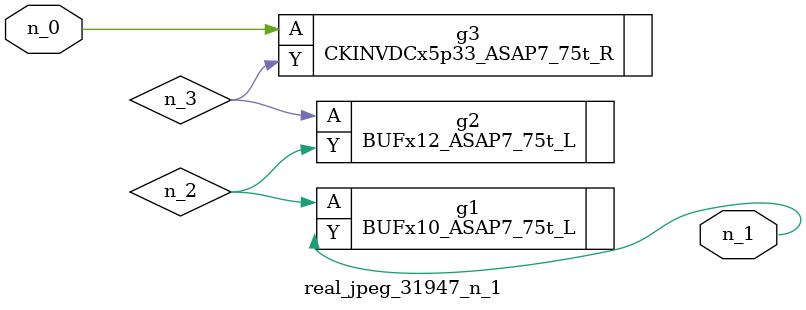
<source format=v>
module real_jpeg_31947_n_1 (n_0, n_1);

input n_0;

output n_1;

wire n_3;
wire n_2;

CKINVDCx5p33_ASAP7_75t_R g3 ( 
.A(n_0),
.Y(n_3)
);

BUFx10_ASAP7_75t_L g1 ( 
.A(n_2),
.Y(n_1)
);

BUFx12_ASAP7_75t_L g2 ( 
.A(n_3),
.Y(n_2)
);


endmodule
</source>
